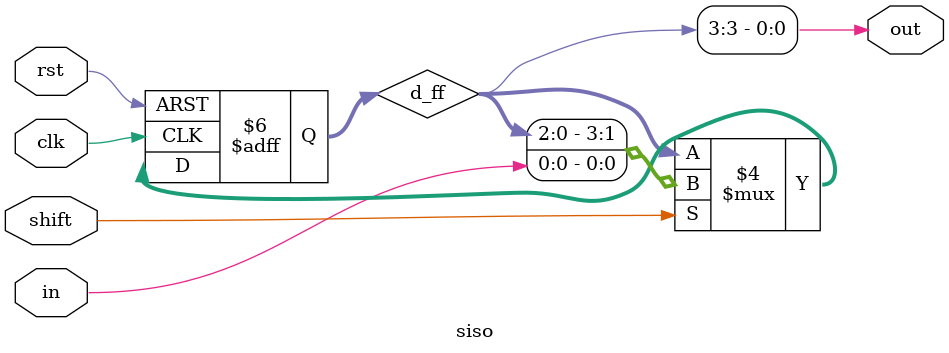
<source format=v>
module siso (clk, rst, shift, in, out);
    input clk, rst, shift, in;
    output out;

    reg [3:0] d_ff;

    always @ (posedge clk, negedge rst) begin
        if(!rst) d_ff <= 4'b0;
        else begin
            if(shift) {d_ff[3:1], d_ff[0]} <= {d_ff[2:0], in};
            else d_ff <= d_ff;
        end
    end

    assign out = d_ff[3];
endmodule 
</source>
